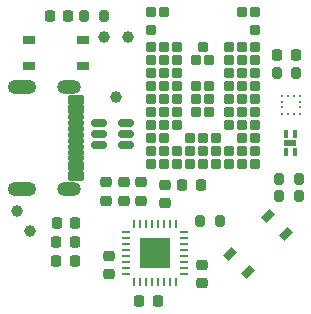
<source format=gts>
G04 #@! TF.GenerationSoftware,KiCad,Pcbnew,8.0.6*
G04 #@! TF.CreationDate,2025-07-21T23:48:44+02:00*
G04 #@! TF.ProjectId,nRF5340,6e524635-3334-4302-9e6b-696361645f70,rev?*
G04 #@! TF.SameCoordinates,Original*
G04 #@! TF.FileFunction,Soldermask,Top*
G04 #@! TF.FilePolarity,Negative*
%FSLAX46Y46*%
G04 Gerber Fmt 4.6, Leading zero omitted, Abs format (unit mm)*
G04 Created by KiCad (PCBNEW 8.0.6) date 2025-07-21 23:48:44*
%MOMM*%
%LPD*%
G01*
G04 APERTURE LIST*
G04 Aperture macros list*
%AMRoundRect*
0 Rectangle with rounded corners*
0 $1 Rounding radius*
0 $2 $3 $4 $5 $6 $7 $8 $9 X,Y pos of 4 corners*
0 Add a 4 corners polygon primitive as box body*
4,1,4,$2,$3,$4,$5,$6,$7,$8,$9,$2,$3,0*
0 Add four circle primitives for the rounded corners*
1,1,$1+$1,$2,$3*
1,1,$1+$1,$4,$5*
1,1,$1+$1,$6,$7*
1,1,$1+$1,$8,$9*
0 Add four rect primitives between the rounded corners*
20,1,$1+$1,$2,$3,$4,$5,0*
20,1,$1+$1,$4,$5,$6,$7,0*
20,1,$1+$1,$6,$7,$8,$9,0*
20,1,$1+$1,$8,$9,$2,$3,0*%
%AMRotRect*
0 Rectangle, with rotation*
0 The origin of the aperture is its center*
0 $1 length*
0 $2 width*
0 $3 Rotation angle, in degrees counterclockwise*
0 Add horizontal line*
21,1,$1,$2,0,0,$3*%
G04 Aperture macros list end*
%ADD10RoundRect,0.200000X-0.200000X-0.275000X0.200000X-0.275000X0.200000X0.275000X-0.200000X0.275000X0*%
%ADD11R,0.254000X0.279400*%
%ADD12R,0.279400X0.254000*%
%ADD13RoundRect,0.225000X0.250000X-0.225000X0.250000X0.225000X-0.250000X0.225000X-0.250000X-0.225000X0*%
%ADD14RoundRect,0.225000X-0.225000X-0.250000X0.225000X-0.250000X0.225000X0.250000X-0.225000X0.250000X0*%
%ADD15RoundRect,0.218750X0.218750X0.256250X-0.218750X0.256250X-0.218750X-0.256250X0.218750X-0.256250X0*%
%ADD16R,0.990600X0.711200*%
%ADD17RoundRect,0.200000X0.200000X0.275000X-0.200000X0.275000X-0.200000X-0.275000X0.200000X-0.275000X0*%
%ADD18RoundRect,0.102000X0.300000X-0.300000X0.300000X0.300000X-0.300000X0.300000X-0.300000X-0.300000X0*%
%ADD19RoundRect,0.150000X-0.512500X-0.150000X0.512500X-0.150000X0.512500X0.150000X-0.512500X0.150000X0*%
%ADD20RoundRect,0.225000X-0.250000X0.225000X-0.250000X-0.225000X0.250000X-0.225000X0.250000X0.225000X0*%
%ADD21C,1.000000*%
%ADD22RotRect,0.990600X0.711200X225.000000*%
%ADD23R,0.254000X0.762000*%
%ADD24R,0.762000X0.254000*%
%ADD25R,2.606800X2.606800*%
%ADD26RoundRect,0.102000X-0.575000X0.300000X-0.575000X-0.300000X0.575000X-0.300000X0.575000X0.300000X0*%
%ADD27RoundRect,0.102000X-0.575000X0.150000X-0.575000X-0.150000X0.575000X-0.150000X0.575000X0.150000X0*%
%ADD28O,2.004000X1.204000*%
%ADD29O,2.404000X1.204000*%
%ADD30R,0.304800X0.711200*%
%ADD31R,1.092200X0.508000*%
%ADD32RoundRect,0.218750X-0.218750X-0.256250X0.218750X-0.256250X0.218750X0.256250X-0.218750X0.256250X0*%
%ADD33RoundRect,0.225000X0.225000X0.250000X-0.225000X0.250000X-0.225000X-0.250000X0.225000X-0.250000X0*%
%ADD34C,0.990600*%
G04 APERTURE END LIST*
D10*
X160425000Y-128725000D03*
X162075000Y-128725000D03*
D11*
X160649999Y-121762000D03*
X161150001Y-121762000D03*
X161650000Y-121762001D03*
X162150000Y-121762000D03*
D12*
X162162000Y-121249999D03*
X162162001Y-120750000D03*
D11*
X162150001Y-120238000D03*
X161649999Y-120238000D03*
X161150000Y-120237999D03*
X160650000Y-120238000D03*
D12*
X160638000Y-120750001D03*
X160637999Y-121250000D03*
D13*
X146000000Y-135375001D03*
X146000000Y-133824999D03*
D14*
X152224999Y-127825000D03*
X153775001Y-127825000D03*
D15*
X143162502Y-131000001D03*
X141587498Y-130999999D03*
D16*
X143775001Y-117724999D03*
X139274998Y-117724999D03*
X143775002Y-115575001D03*
X139274999Y-115575001D03*
D17*
X145550000Y-113525000D03*
X143900000Y-113525000D03*
D13*
X148725000Y-129150000D03*
X148725000Y-127600000D03*
D18*
X158349999Y-126049999D03*
X157250001Y-126050000D03*
X156150000Y-126049999D03*
X155050000Y-126050000D03*
X153949999Y-126050001D03*
X152850000Y-126050000D03*
X151749999Y-126050001D03*
X150650000Y-126050001D03*
X149549999Y-126050000D03*
X158350000Y-124950000D03*
X157250000Y-124950001D03*
X156150000Y-124950000D03*
X155050000Y-124950001D03*
X153950000Y-124950000D03*
X152849999Y-124950001D03*
X151750000Y-124950000D03*
X150650000Y-124949999D03*
X149550000Y-124950000D03*
X158349999Y-123850000D03*
X157250002Y-123850000D03*
X155050000Y-123850000D03*
X153949999Y-123850001D03*
X152850000Y-123850000D03*
X150650000Y-123850002D03*
X149549999Y-123850000D03*
X158350000Y-122750000D03*
X157250000Y-122750000D03*
X156150000Y-122750000D03*
X151750000Y-122750000D03*
X150650001Y-122750000D03*
X149550000Y-122750000D03*
X158350001Y-121650001D03*
X157250000Y-121650000D03*
X156150000Y-121650001D03*
X154500000Y-121650000D03*
X153400000Y-121650000D03*
X151750000Y-121650000D03*
X150650000Y-121650000D03*
X149549999Y-121650000D03*
X158350000Y-120550000D03*
X157250001Y-120550001D03*
X156150000Y-120550000D03*
X154499999Y-120550001D03*
X153400001Y-120549999D03*
X151750000Y-120550000D03*
X150649999Y-120549999D03*
X149550000Y-120550000D03*
X158350001Y-119450000D03*
X157250000Y-119450000D03*
X156150000Y-119450000D03*
X154500000Y-119450000D03*
X153400000Y-119450000D03*
X151750000Y-119449999D03*
X150650000Y-119450000D03*
X149549999Y-119449999D03*
X158350000Y-118350000D03*
X157249999Y-118350000D03*
X156150000Y-118350000D03*
X151750000Y-118350000D03*
X150650000Y-118350000D03*
X149550000Y-118350000D03*
X158350001Y-117250000D03*
X157250000Y-117249998D03*
X156150000Y-117250000D03*
X154500000Y-117250000D03*
X153400000Y-117250000D03*
X151750000Y-117250001D03*
X150649998Y-117250000D03*
X149550001Y-117250000D03*
X158350000Y-116150000D03*
X157250000Y-116150001D03*
X156150000Y-116150000D03*
X153950000Y-116150000D03*
X151750000Y-116150000D03*
X150650000Y-116149999D03*
X149550000Y-116150000D03*
X158350000Y-114650000D03*
X149549999Y-114650000D03*
X158350000Y-113150000D03*
X157250000Y-113150000D03*
X150650000Y-113150000D03*
X149550000Y-113150000D03*
D13*
X147250000Y-129150000D03*
X147250000Y-127600000D03*
D19*
X145137500Y-122525000D03*
X145137500Y-123475000D03*
X145137500Y-124425000D03*
X147412500Y-124425000D03*
X147412500Y-123475000D03*
X147412500Y-122525000D03*
D17*
X161875000Y-118350000D03*
X160225000Y-118350000D03*
D20*
X153925000Y-134575000D03*
X153925000Y-136125000D03*
D15*
X150137502Y-137625001D03*
X148562498Y-137624999D03*
D21*
X138225000Y-129975000D03*
D22*
X160974540Y-131969148D03*
X157792557Y-135151131D03*
X159454261Y-130448869D03*
X156272278Y-133630852D03*
D15*
X143137503Y-134288201D03*
X141562499Y-134288199D03*
D13*
X150750000Y-129325000D03*
X150750000Y-127775000D03*
D23*
X148150001Y-136000001D03*
X148650000Y-136000002D03*
X149149999Y-136000000D03*
X149650000Y-136000002D03*
X150150001Y-136000001D03*
X150650001Y-136000001D03*
X151150000Y-136000000D03*
X151649999Y-136000001D03*
D24*
X152325700Y-135324300D03*
X152325701Y-134824301D03*
X152325699Y-134324302D03*
X152325701Y-133824301D03*
X152325700Y-133324300D03*
X152325700Y-132824300D03*
X152325699Y-132324301D03*
X152325700Y-131824302D03*
D23*
X151649999Y-131148601D03*
X151150000Y-131148600D03*
X150650001Y-131148602D03*
X150150000Y-131148600D03*
X149649999Y-131148601D03*
X149149999Y-131148601D03*
X148650000Y-131148602D03*
X148150001Y-131148601D03*
D24*
X147474300Y-131824302D03*
X147474299Y-132324301D03*
X147474301Y-132824300D03*
X147474299Y-133324301D03*
X147474300Y-133824302D03*
X147474300Y-134324302D03*
X147474301Y-134824301D03*
X147474300Y-135324300D03*
D25*
X149900000Y-133574301D03*
D13*
X145750000Y-129150000D03*
X145750000Y-127600000D03*
D21*
X139350000Y-131675000D03*
D15*
X143137502Y-132625001D03*
X141562498Y-132624999D03*
D26*
X143187498Y-120615746D03*
X143187498Y-121415750D03*
D27*
X143187497Y-122565751D03*
X143187502Y-123565747D03*
X143187501Y-124065745D03*
X143187500Y-125065751D03*
D26*
X143187498Y-126215750D03*
X143187501Y-127015753D03*
D27*
X143187498Y-125565750D03*
X143187496Y-124565752D03*
X143187497Y-123065750D03*
X143187498Y-122065750D03*
D28*
X142612499Y-119495748D03*
D29*
X138612498Y-119495747D03*
D28*
X142612499Y-128135750D03*
D29*
X138612498Y-128135753D03*
D30*
X161775000Y-123499999D03*
X160974900Y-123499997D03*
X160974902Y-124998601D03*
X161775002Y-124998603D03*
D31*
X161374951Y-124249300D03*
D32*
X160262499Y-116825000D03*
X161837501Y-116825000D03*
D10*
X153725000Y-130900000D03*
X155375000Y-130900000D03*
X160425000Y-127275000D03*
X162075000Y-127275000D03*
D33*
X142525000Y-113525000D03*
X140975000Y-113525000D03*
D34*
X146615001Y-120360002D03*
X147631004Y-115279997D03*
X145599002Y-115279996D03*
M02*

</source>
